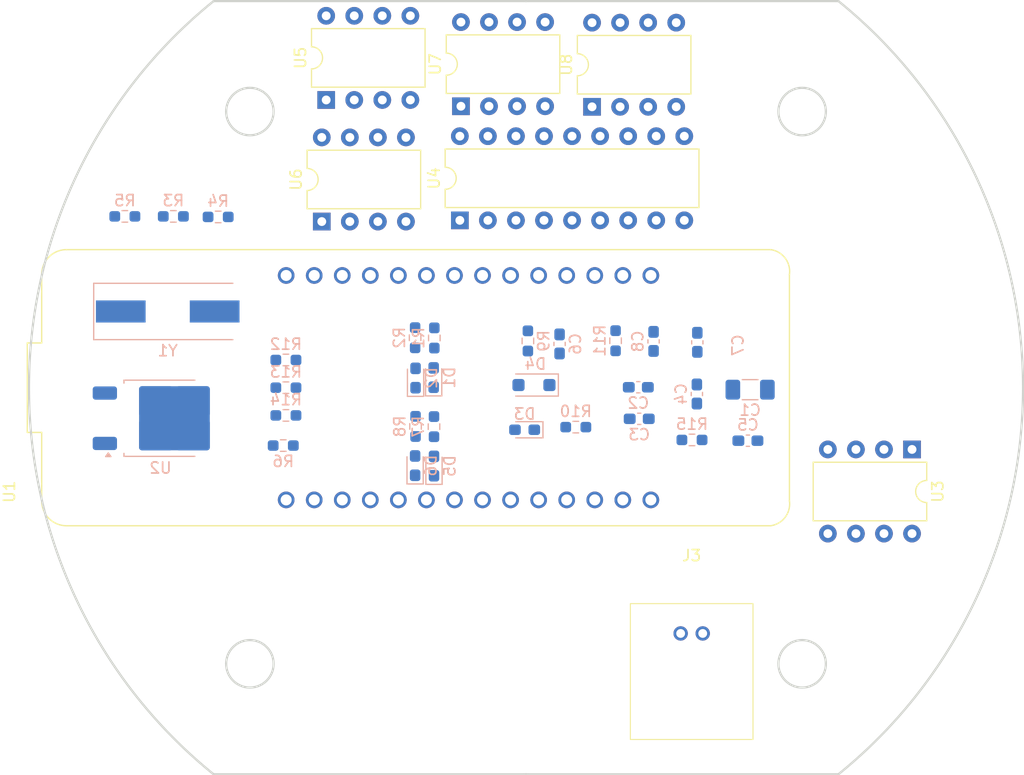
<source format=kicad_pcb>
(kicad_pcb (version 20241229) (generator "pcbnew") (generator_version "9.0")
  (layers (0 "F.Cu" signal) (2 "B.Cu" signal) (13 "F.Paste" user) (15 "B.Paste" user) (5 "F.SilkS" user "F.Silkscreen") (7 "B.SilkS" user "B.Silkscreen") (1 "F.Mask" user) (3 "B.Mask" user) (25 "Edge.Cuts" user))
  (net 0 "")
  (net 1 "GND")
  (net 2 "Net-(D1-A)")
  (net 3 "Net-(D2-A)")
  (net 4 "LORA_RECEIVE_STATUS")
  (net 5 "LORA_SEND_STATUS")
  (net 6 "+3.3V")
  (net 7 "SPI_CS_FRAM3")
  (net 8 "SPI_CS_FRAM2")
  (net 9 "SPI_CS_FRAM1")
  (net 10 "SPI_CS_FRAM0")
  (net 11 "I2C_SCK")
  (net 12 "I2C_SDA")
  (net 13 "SPI_CS_MCP")
  (net 14 "+12V")
  (net 15 "+5V")
  (net 16 "OSC1")
  (net 17 "OSC2")
  (net 18 "Net-(D3-A)")
  (net 19 "Net-(D5-A)")
  (net 20 "Net-(D6-A)")
  (net 21 "CAN_L")
  (net 22 "CAN_H")
  (net 23 "CAN_RECEIVE_STATUS")
  (net 24 "CAN_SEND_STATUS")
  (net 25 "Net-(U4-~RESET)")
  (net 26 "VREF_THERMISTOR")
  (net 27 "CAN_RX")
  (net 28 "CAN_TX")
  (net 34 "SPI_SCLK")
  (net 35 "SPI_MISO")
  (net 37 "SPI_MOSI")
  (footprint "Package_DIP:DIP-8_W7.62mm" (layer "F.Cu") (at 144.11 74.52 90)
    (property "Reference" "U7" (at 3.81 -2.33 90) (layer "F.SilkS"))
    (property "Value" "MB85RS2MT")
    (fp_line (start 6.46 -1.33) (end 4.81 -1.33) (stroke (width 0.12)) (layer "F.SilkS"))
    (fp_line (start 2.81 -1.33) (end 1.16 -1.33) (stroke (width 0.12)) (layer "F.SilkS"))
    (fp_line (start 1.16 -1.33) (end 1.16 8.95) (stroke (width 0.12)) (layer "F.SilkS"))
    (fp_line (start 6.46 8.95) (end 6.46 -1.33) (stroke (width 0.12)) (layer "F.SilkS"))
    (fp_line (start 1.16 8.95) (end 6.46 8.95) (stroke (width 0.12)) (layer "F.SilkS"))
    (fp_arc (start 4.81 -1.33) (mid 3.81 -0.33) (end 2.81 -1.33) (stroke (width 0.12)) (layer "F.SilkS"))
    (pad "1" thru_hole rect (at 0 0 90) (size 1.6 1.6) (drill 0.8) (layers "*.Cu" "*.Mask") (net 8 "SPI_CS_FRAM2"))
    (pad "2" thru_hole oval (at 0 2.54 90) (size 1.6 1.6) (drill 0.8) (layers "*.Cu" "*.Mask") (net 35 "SPI_MISO"))
    (pad "3" thru_hole oval (at 0 5.08 90) (size 1.6 1.6) (drill 0.8) (layers "*.Cu" "*.Mask") (net 6 "+3.3V"))
    (pad "4" thru_hole oval (at 0 7.62 90) (size 1.6 1.6) (drill 0.8) (layers "*.Cu" "*.Mask") (net 1 "GND"))
    (pad "5" thru_hole oval (at 7.62 7.62 90) (size 1.6 1.6) (drill 0.8) (layers "*.Cu" "*.Mask") (net 37 "SPI_MOSI"))
    (pad "6" thru_hole oval (at 7.62 5.08 90) (size 1.6 1.6) (drill 0.8) (layers "*.Cu" "*.Mask") (net 34 "SPI_SCLK"))
    (pad "7" thru_hole oval (at 7.62 2.54 90) (size 1.6 1.6) (drill 0.8) (layers "*.Cu" "*.Mask") (net 6 "+3.3V"))
    (pad "8" thru_hole oval (at 7.62 0 90) (size 1.6 1.6) (drill 0.8) (layers "*.Cu" "*.Mask") (net 6 "+3.3V"))
  )
  (footprint "Package_DIP:DIP-8_W7.62mm" (layer "F.Cu") (at 184.95 105.59 -90)
    (property "Reference" "U3" (at 3.81 -2.33 90) (layer "F.SilkS"))
    (property "Value" "MCP2562-E-P")
    (fp_line (start 1.16 8.95) (end 6.46 8.95) (stroke (width 0.12)) (layer "F.SilkS"))
    (fp_line (start 6.46 8.95) (end 6.46 -1.33) (stroke (width 0.12)) (layer "F.SilkS"))
    (fp_line (start 1.16 -1.33) (end 1.16 8.95) (stroke (width 0.12)) (layer "F.SilkS"))
    (fp_line (start 2.81 -1.33) (end 1.16 -1.33) (stroke (width 0.12)) (layer "F.SilkS"))
    (fp_line (start 6.46 -1.33) (end 4.81 -1.33) (stroke (width 0.12)) (layer "F.SilkS"))
    (fp_arc (start 4.81 -1.33) (mid 3.81 -0.33) (end 2.81 -1.33) (stroke (width 0.12)) (layer "F.SilkS"))
    (pad "1" thru_hole rect (at 0 0 270) (size 1.6 1.6) (drill 0.8) (layers "*.Cu" "*.Mask") (net 28 "CAN_TX"))
    (pad "2" thru_hole oval (at 0 2.54 270) (size 1.6 1.6) (drill 0.8) (layers "*.Cu" "*.Mask") (net 1 "GND"))
    (pad "3" thru_hole oval (at 0 5.08 270) (size 1.6 1.6) (drill 0.8) (layers "*.Cu" "*.Mask") (net 15 "+5V"))
    (pad "4" thru_hole oval (at 0 7.62 270) (size 1.6 1.6) (drill 0.8) (layers "*.Cu" "*.Mask") (net 27 "CAN_RX"))
    (pad "5" thru_hole oval (at 7.62 7.62 270) (size 1.6 1.6) (drill 0.8) (layers "*.Cu" "*.Mask") (net 6 "+3.3V"))
    (pad "6" thru_hole oval (at 7.62 5.08 270) (size 1.6 1.6) (drill 0.8) (layers "*.Cu" "*.Mask") (net 21 "CAN_L"))
    (pad "7" thru_hole oval (at 7.62 2.54 270) (size 1.6 1.6) (drill 0.8) (layers "*.Cu" "*.Mask") (net 22 "CAN_H"))
    (pad "8" thru_hole oval (at 7.62 0 270) (size 1.6 1.6) (drill 0.8) (layers "*.Cu" "*.Mask") (net 1 "GND"))
  )
  (footprint "TSRP_Connector_Hirose:DF51-2P-2DS" (layer "F.Cu") (at 165 131.7)
    (property "Reference" "J3" (at 0 -16.5 0) (layer "F.SilkS"))
    (property "Value" "TERMISTOR")
    (fp_rect (start -5.55 -12.15) (end 5.55 0.15) (stroke (width 0.1)) (fill no) (layer "F.SilkS"))
    (pad "" np_thru_hole circle (at -3 -6.75) (size 1.7 1.7) (drill 1.7) (layers "*.Cu" "*.Mask"))
    (pad "" np_thru_hole circle (at 3 -6.75) (size 1.7 1.7) (drill 1.7) (layers "*.Cu" "*.Mask"))
    (pad "1" thru_hole circle (at -1 -9.45) (size 1.3 1.3) (drill 0.8) (layers "*.Cu" "*.Mask") (net 1 "GND"))
    (pad "2" thru_hole circle (at 1 -9.45) (size 1.3 1.3) (drill 0.8) (layers "*.Cu" "*.Mask") (net 26 "VREF_THERMISTOR"))
  )
  (footprint "ARDUINO_MKR_WAN_1310:BOARD_ARDUINO_MKR_WAN_1310" (layer "F.Cu") (at 140 100 90)
    (property "Reference" "U1" (at -9.425 -36.775 270) (layer "F.SilkS"))
    (property "Value" "Arduino MKR WAN 1310")
    (fp_line (start 4.05 -35.15) (end -4.05 -35.15) (stroke (width 0.127)) (layer "F.SilkS"))
    (fp_line (start -4.05 -35.15) (end -4.05 -33.85) (stroke (width 0.127)) (layer "F.SilkS"))
    (fp_line (start 10.25 -33.85) (end 10.3 -33.85) (stroke (width 0.127)) (layer "F.SilkS"))
    (fp_line (start 10.25 -33.85) (end 4.05 -33.85) (stroke (width 0.127)) (layer "F.SilkS"))
    (fp_line (start 4.05 -33.85) (end 4.05 -35.15) (stroke (width 0.127)) (layer "F.SilkS"))
    (fp_line (start -4.05 -33.85) (end -10.25 -33.85) (stroke (width 0.127)) (layer "F.SilkS"))
    (fp_line (start -12.5 -31.6) (end -12.5 32.15) (stroke (width 0.127)) (layer "F.SilkS"))
    (fp_line (start 12.5 32.15) (end 12.5 -31.6) (stroke (width 0.127)) (layer "F.SilkS"))
    (fp_line (start -10.25 33.85) (end 10.25 33.85) (stroke (width 0.127)) (layer "F.SilkS"))
    (fp_arc (start 10.25 -33.85) (mid 11.84099 -33.19099) (end 12.5 -31.6) (stroke (width 0.127)) (layer "F.SilkS"))
    (fp_arc (start -12.5 -31.6) (mid -11.84099 -33.19099) (end -10.25 -33.85) (stroke (width 0.127)) (layer "F.SilkS"))
    (fp_arc (start 12.5 32.15) (mid 11.727082 33.46599) (end 10.25 33.85) (stroke (width 0.127)) (layer "F.SilkS"))
    (fp_arc (start -10.25 33.85) (mid -11.727082 33.46599) (end -12.5 32.15) (stroke (width 0.127)) (layer "F.SilkS"))
    (pad "" np_thru_hole circle (at -10.25 -31.6 90) (size 2.2 2.2) (drill 2.2) (layers "*.Cu" "*.Mask"))
    (pad "" np_thru_hole circle (at -10.25 25.4 90) (size 2.2 2.2) (drill 2.2) (layers "*.Cu" "*.Mask"))
    (pad "" np_thru_hole circle (at 10.25 -31.6 90) (size 2.2 2.2) (drill 2.2) (layers "*.Cu" "*.Mask"))
    (pad "" np_thru_hole circle (at 10.25 25.4 90) (size 2.2 2.2) (drill 2.2) (layers "*.Cu" "*.Mask"))
    (pad "J3_1" thru_hole circle (at -10.16 -11.7152 90) (size 1.508 1.508) (drill 1) (layers "*.Cu" "*.Mask"))
    (pad "J3_2" thru_hole circle (at -10.16 -9.1752 90) (size 1.508 1.508) (drill 1) (layers "*.Cu" "*.Mask"))
    (pad "J3_3" thru_hole circle (at -10.16 -6.6352 90) (size 1.508 1.508) (drill 1) (layers "*.Cu" "*.Mask"))
    (pad "J3_4" thru_hole circle (at -10.16 -4.0952 90) (size 1.508 1.508) (drill 1) (layers "*.Cu" "*.Mask"))
    (pad "J3_5" thru_hole circle (at -10.16 -1.5552 90) (size 1.508 1.508) (drill 1) (layers "*.Cu" "*.Mask"))
    (pad "J3_6" thru_hole circle (at -10.16 0.9848 90) (size 1.508 1.508) (drill 1) (layers "*.Cu" "*.Mask"))
    (pad "J3_7" thru_hole circle (at -10.16 3.5248 90) (size 1.508 1.508) (drill 1) (layers "*.Cu" "*.Mask"))
    (pad "J3_8" thru_hole circle (at -10.16 6.0648 90) (size 1.508 1.508) (drill 1) (layers "*.Cu" "*.Mask"))
    (pad "J3_9" thru_hole circle (at -10.16 8.6048 90) (size 1.508 1.508) (drill 1) (layers "*.Cu" "*.Mask"))
    (pad "J3_10" thru_hole circle (at -10.16 11.1448 90) (size 1.508 1.508) (drill 1) (layers "*.Cu" "*.Mask"))
    (pad "J3_11" thru_hole circle (at -10.16 13.6848 90) (size 1.508 1.508) (drill 1) (layers "*.Cu" "*.Mask"))
    (pad "J3_12" thru_hole circle (at -10.16 16.2248 90) (size 1.508 1.508) (drill 1) (layers "*.Cu" "*.Mask"))
    (pad "J3_13" thru_hole circle (at -10.16 18.7648 90) (size 1.508 1.508) (drill 1) (layers "*.Cu" "*.Mask"))
    (pad "J3_14" thru_hole circle (at -10.16 21.3048 90) (size 1.508 1.508) (drill 1) (layers "*.Cu" "*.Mask"))
    (pad "J5_1" thru_hole circle (at 10.16 21.3048 90) (size 1.508 1.508) (drill 1) (layers "*.Cu" "*.Mask"))
    (pad "J5_2" thru_hole circle (at 10.16 18.7648 90) (size 1.508 1.508) (drill 1) (layers "*.Cu" "*.Mask"))
    (pad "J5_3" thru_hole circle (at 10.16 16.2248 90) (size 1.508 1.508) (drill 1) (layers "*.Cu" "*.Mask"))
    (pad "J5_4" thru_hole circle (at 10.16 13.6848 90) (size 1.508 1.508) (drill 1) (layers "*.Cu" "*.Mask"))
    (pad "J5_5" thru_hole circle (at 10.16 11.1448 90) (size 1.508 1.508) (drill 1) (layers "*.Cu" "*.Mask"))
    (pad "J5_6" thru_hole circle (at 10.16 8.6048 90) (size 1.508 1.508) (drill 1) (layers "*.Cu" "*.Mask"))
    (pad "J5_7" thru_hole circle (at 10.16 6.0648 90) (size 1.508 1.508) (drill 1) (layers "*.Cu" "*.Mask"))
    (pad "J5_8" thru_hole circle (at 10.16 3.5248 90) (size 1.508 1.508) (drill 1) (layers "*.Cu" "*.Mask"))
    (pad "J5_9" thru_hole circle (at 10.16 0.9848 90) (size 1.508 1.508) (drill 1) (layers "*.Cu" "*.Mask"))
    (pad "J5_10" thru_hole circle (at 10.16 -1.5552 90) (size 1.508 1.508) (drill 1) (layers "*.Cu" "*.Mask"))
    (pad "J5_11" thru_hole circle (at 10.16 -4.0952 90) (size 1.508 1.508) (drill 1) (layers "*.Cu" "*.Mask"))
    (pad "J5_12" thru_hole circle (at 10.16 -6.6352 90) (size 1.508 1.508) (drill 1) (layers "*.Cu" "*.Mask"))
    (pad "J5_13" thru_hole circle (at 10.16 -9.1752 90) (size 1.508 1.508) (drill 1) (layers "*.Cu" "*.Mask"))
    (pad "J5_14" thru_hole circle (at 10.16 -11.7152 90) (size 1.508 1.508) (drill 1) (layers "*.Cu" "*.Mask"))
  )
  (footprint "Package_DIP:DIP-8_W7.62mm" (layer "F.Cu") (at 131.91 73.95 90)
    (property "Reference" "U5" (at 3.81 -2.33 270) (layer "F.SilkS"))
    (property "Value" "MB85RS2MT")
    (fp_line (start 6.46 -1.33) (end 4.81 -1.33) (stroke (width 0.12)) (layer "F.SilkS"))
    (fp_line (start 2.81 -1.33) (end 1.16 -1.33) (stroke (width 0.12)) (layer "F.SilkS"))
    (fp_line (start 1.16 -1.33) (end 1.16 8.95) (stroke (width 0.12)) (layer "F.SilkS"))
    (fp_line (start 6.46 8.95) (end 6.46 -1.33) (stroke (width 0.12)) (layer "F.SilkS"))
    (fp_line (start 1.16 8.95) (end 6.46 8.95) (stroke (width 0.12)) (layer "F.SilkS"))
    (fp_arc (start 4.81 -1.33) (mid 3.81 -0.33) (end 2.81 -1.33) (stroke (width 0.12)) (layer "F.SilkS"))
    (pad "1" thru_hole rect (at 0 0 90) (size 1.6 1.6) (drill 0.8) (layers "*.Cu" "*.Mask") (net 10 "SPI_CS_FRAM0"))
    (pad "2" thru_hole oval (at 0 2.54 90) (size 1.6 1.6) (drill 0.8) (layers "*.Cu" "*.Mask") (net 35 "SPI_MISO"))
    (pad "3" thru_hole oval (at 0 5.08 90) (size 1.6 1.6) (drill 0.8) (layers "*.Cu" "*.Mask") (net 6 "+3.3V"))
    (pad "4" thru_hole oval (at 0 7.62 90) (size 1.6 1.6) (drill 0.8) (layers "*.Cu" "*.Mask") (net 1 "GND"))
    (pad "5" thru_hole oval (at 7.62 7.62 90) (size 1.6 1.6) (drill 0.8) (layers "*.Cu" "*.Mask") (net 37 "SPI_MOSI"))
    (pad "6" thru_hole oval (at 7.62 5.08 90) (size 1.6 1.6) (drill 0.8) (layers "*.Cu" "*.Mask") (net 34 "SPI_SCLK"))
    (pad "7" thru_hole oval (at 7.62 2.54 90) (size 1.6 1.6) (drill 0.8) (layers "*.Cu" "*.Mask") (net 6 "+3.3V"))
    (pad "8" thru_hole oval (at 7.62 0 90) (size 1.6 1.6) (drill 0.8) (layers "*.Cu" "*.Mask") (net 6 "+3.3V"))
  )
  (footprint "Package_DIP:DIP-18_W7.62mm" (layer "F.Cu") (at 144.01 84.85 90)
    (property "Reference" "U4" (at 3.81 -2.33 90) (layer "F.SilkS"))
    (property "Value" "MCP2515-I/P")
    (fp_line (start 6.46 -1.33) (end 4.81 -1.33) (stroke (width 0.12)) (layer "F.SilkS"))
    (fp_line (start 2.81 -1.33) (end 1.16 -1.33) (stroke (width 0.12)) (layer "F.SilkS"))
    (fp_line (start 1.16 -1.33) (end 1.16 21.65) (stroke (width 0.12)) (layer "F.SilkS"))
    (fp_line (start 6.46 21.65) (end 6.46 -1.33) (stroke (width 0.12)) (layer "F.SilkS"))
    (fp_line (start 1.16 21.65) (end 6.46 21.65) (stroke (width 0.12)) (layer "F.SilkS"))
    (fp_arc (start 4.81 -1.33) (mid 3.81 -0.33) (end 2.81 -1.33) (stroke (width 0.12)) (layer "F.SilkS"))
    (pad "1" thru_hole rect (at 0 0 90) (size 1.6 1.6) (drill 0.8) (layers "*.Cu" "*.Mask") (net 28 "CAN_TX"))
    (pad "2" thru_hole oval (at 0 2.54 90) (size 1.6 1.6) (drill 0.8) (layers "*.Cu" "*.Mask") (net 27 "CAN_RX"))
    (pad "3" thru_hole oval (at 0 5.08 90) (size 1.6 1.6) (drill 0.8) (layers "*.Cu" "*.Mask"))
    (pad "4" thru_hole oval (at 0 7.62 90) (size 1.6 1.6) (drill 0.8) (layers "*.Cu" "*.Mask"))
    (pad "5" thru_hole oval (at 0 10.16 90) (size 1.6 1.6) (drill 0.8) (layers "*.Cu" "*.Mask"))
    (pad "6" thru_hole oval (at 0 12.7 90) (size 1.6 1.6) (drill 0.8) (layers "*.Cu" "*.Mask"))
    (pad "7" thru_hole oval (at 0 15.24 90) (size 1.6 1.6) (drill 0.8) (layers "*.Cu" "*.Mask") (net 17 "OSC2"))
    (pad "8" thru_hole oval (at 0 17.78 90) (size 1.6 1.6) (drill 0.8) (layers "*.Cu" "*.Mask") (net 16 "OSC1"))
    (pad "9" thru_hole oval (at 0 20.32 90) (size 1.6 1.6) (drill 0.8) (layers "*.Cu" "*.Mask") (net 1 "GND"))
    (pad "10" thru_hole oval (at 7.62 20.32 90) (size 1.6 1.6) (drill 0.8) (layers "*.Cu" "*.Mask"))
    (pad "11" thru_hole oval (at 7.62 17.78 90) (size 1.6 1.6) (drill 0.8) (layers "*.Cu" "*.Mask"))
    (pad "12" thru_hole oval (at 7.62 15.24 90) (size 1.6 1.6) (drill 0.8) (layers "*.Cu" "*.Mask"))
    (pad "13" thru_hole oval (at 7.62 12.7 90) (size 1.6 1.6) (drill 0.8) (layers "*.Cu" "*.Mask") (net 34 "SPI_SCLK"))
    (pad "14" thru_hole oval (at 7.62 10.16 90) (size 1.6 1.6) (drill 0.8) (layers "*.Cu" "*.Mask") (net 37 "SPI_MOSI"))
    (pad "15" thru_hole oval (at 7.62 7.62 90) (size 1.6 1.6) (drill 0.8) (layers "*.Cu" "*.Mask") (net 35 "SPI_MISO"))
    (pad "16" thru_hole oval (at 7.62 5.08 90) (size 1.6 1.6) (drill 0.8) (layers "*.Cu" "*.Mask") (net 13 "SPI_CS_MCP"))
    (pad "17" thru_hole oval (at 7.62 2.54 90) (size 1.6 1.6) (drill 0.8) (layers "*.Cu" "*.Mask") (net 25 "Net-(U4-~RESET)"))
    (pad "18" thru_hole oval (at 7.62 0 90) (size 1.6 1.6) (drill 0.8) (layers "*.Cu" "*.Mask") (net 6 "+3.3V"))
  )
  (footprint "Package_DIP:DIP-8_W7.62mm" (layer "F.Cu") (at 155.98 74.57 90)
    (property "Reference" "U8" (at 3.81 -2.33 90) (layer "F.SilkS"))
    (property "Value" "MB85RS2MT")
    (fp_line (start 6.46 -1.33) (end 4.81 -1.33) (stroke (width 0.12)) (layer "F.SilkS"))
    (fp_line (start 2.81 -1.33) (end 1.16 -1.33) (stroke (width 0.12)) (layer "F.SilkS"))
    (fp_line (start 1.16 -1.33) (end 1.16 8.95) (stroke (width 0.12)) (layer "F.SilkS"))
    (fp_line (start 6.46 8.95) (end 6.46 -1.33) (stroke (width 0.12)) (layer "F.SilkS"))
    (fp_line (start 1.16 8.95) (end 6.46 8.95) (stroke (width 0.12)) (layer "F.SilkS"))
    (fp_arc (start 4.81 -1.33) (mid 3.81 -0.33) (end 2.81 -1.33) (stroke (width 0.12)) (layer "F.SilkS"))
    (pad "1" thru_hole rect (at 0 0 90) (size 1.6 1.6) (drill 0.8) (layers "*.Cu" "*.Mask") (net 7 "SPI_CS_FRAM3"))
    (pad "2" thru_hole oval (at 0 2.54 90) (size 1.6 1.6) (drill 0.8) (layers "*.Cu" "*.Mask") (net 35 "SPI_MISO"))
    (pad "3" thru_hole oval (at 0 5.08 90) (size 1.6 1.6) (drill 0.8) (layers "*.Cu" "*.Mask") (net 6 "+3.3V"))
    (pad "4" thru_hole oval (at 0 7.62 90) (size 1.6 1.6) (drill 0.8) (layers "*.Cu" "*.Mask") (net 1 "GND"))
    (pad "5" thru_hole oval (at 7.62 7.62 90) (size 1.6 1.6) (drill 0.8) (layers "*.Cu" "*.Mask") (net 37 "SPI_MOSI"))
    (pad "6" thru_hole oval (at 7.62 5.08 90) (size 1.6 1.6) (drill 0.8) (layers "*.Cu" "*.Mask") (net 34 "SPI_SCLK"))
    (pad "7" thru_hole oval (at 7.62 2.54 90) (size 1.6 1.6) (drill 0.8) (layers "*.Cu" "*.Mask") (net 6 "+3.3V"))
    (pad "8" thru_hole oval (at 7.62 0 90) (size 1.6 1.6) (drill 0.8) (layers "*.Cu" "*.Mask") (net 6 "+3.3V"))
  )
  (footprint "Package_DIP:DIP-8_W7.62mm" (layer "F.Cu") (at 131.51 84.96 90)
    (property "Reference" "U6" (at 3.81 -2.33 90) (layer "F.SilkS"))
    (property "Value" "MB85RS2MT")
    (fp_line (start 6.46 -1.33) (end 4.81 -1.33) (stroke (width 0.12)) (layer "F.SilkS"))
    (fp_line (start 2.81 -1.33) (end 1.16 -1.33) (stroke (width 0.12)) (layer "F.SilkS"))
    (fp_line (start 1.16 -1.33) (end 1.16 8.95) (stroke (width 0.12)) (layer "F.SilkS"))
    (fp_line (start 6.46 8.95) (end 6.46 -1.33) (stroke (width 0.12)) (layer "F.SilkS"))
    (fp_line (start 1.16 8.95) (end 6.46 8.95) (stroke (width 0.12)) (layer "F.SilkS"))
    (fp_arc (start 4.81 -1.33) (mid 3.81 -0.33) (end 2.81 -1.33) (stroke (width 0.12)) (layer "F.SilkS"))
    (pad "1" thru_hole rect (at 0 0 90) (size 1.6 1.6) (drill 0.8) (layers "*.Cu" "*.Mask") (net 9 "SPI_CS_FRAM1"))
    (pad "2" thru_hole oval (at 0 2.54 90) (size 1.6 1.6) (drill 0.8) (layers "*.Cu" "*.Mask") (net 35 "SPI_MISO"))
    (pad "3" thru_hole oval (at 0 5.08 90) (size 1.6 1.6) (drill 0.8) (layers "*.Cu" "*.Mask") (net 6 "+3.3V"))
    (pad "4" thru_hole oval (at 0 7.62 90) (size 1.6 1.6) (drill 0.8) (layers "*.Cu" "*.Mask") (net 1 "GND"))
    (pad "5" thru_hole oval (at 7.62 7.62 90) (size 1.6 1.6) (drill 0.8) (layers "*.Cu" "*.Mask") (net 37 "SPI_MOSI"))
    (pad "6" thru_hole oval (at 7.62 5.08 90) (size 1.6 1.6) (drill 0.8) (layers "*.Cu" "*.Mask") (net 34 "SPI_SCLK"))
    (pad "7" thru_hole oval (at 7.62 2.54 90) (size 1.6 1.6) (drill 0.8) (layers "*.Cu" "*.Mask") (net 6 "+3.3V"))
    (pad "8" thru_hole oval (at 7.62 0 90) (size 1.6 1.6) (drill 0.8) (layers "*.Cu" "*.Mask") (net 6 "+3.3V"))
  )
  (footprint "Resistor_SMD:R_0603_1608Metric_Pad0.98x0.95mm_HandSolder" (layer "B.Cu") (at 128.2625 100 180)
    (property "Reference" "R13" (at 0 1.43 180) (layer "B.SilkS") (effects (justify mirror)))
    (property "Value" "680R")
    (fp_line (start 0.254724 0.5225) (end -0.254724 0.5225) (stroke (width 0.12)) (layer "B.SilkS"))
    (fp_line (start 0.254724 -0.5225) (end -0.254724 -0.5225) (stroke (width 0.12)) (layer "B.SilkS"))
    (pad "1" smd roundrect (at -0.9125 0 180) (size 0.975 0.95) (layers "B.Cu" "B.Mask" "B.Paste") (net 24 "CAN_SEND_STATUS"))
    (pad "2" smd roundrect (at 0.9125 0 180) (size 0.975 0.95) (layers "B.Cu" "B.Mask" "B.Paste") (net 20 "Net-(D6-A)"))
  )
  (footprint "Package_TO_SOT_SMD:TO-252-2" (layer "B.Cu") (at 116.91 102.7675)
    (property "Reference" "U2" (at 0 4.5 0) (layer "B.SilkS") (effects (justify mirror)))
    (property "Value" "NJM7805SDL1")
    (fp_line (start -3.31 -3.45) (end 3.11 -3.45) (stroke (width 0.12)) (layer "B.SilkS"))
    (fp_line (start -3.31 -3.18) (end -3.31 -3.45) (stroke (width 0.12)) (layer "B.SilkS"))
    (fp_line (start -3.31 3.18) (end -3.31 3.45) (stroke (width 0.12)) (layer "B.SilkS"))
    (fp_line (start -3.31 3.45) (end 3.11 3.45) (stroke (width 0.12)) (layer "B.SilkS"))
    (fp_poly (pts (xy -4.73 3.14) (xy -4.97 3.47) (xy -4.49 3.47) (xy -4.73 3.14)) (stroke (width 0.12)) (fill yes) (layer "B.SilkS"))
    (pad "1" smd roundrect (at -5.04 2.28) (size 2.2 1.2) (layers "B.Cu" "B.Mask" "B.Paste") (roundrect_rratio 0.208333) (net 14 "+12V"))
    (pad "2" smd roundrect (at -0.415 -1.525) (size 3.05 2.75) (layers "B.Cu" "B.Paste") (roundrect_rratio 0.090909) (net 1 "GND"))
    (pad "2" smd roundrect (at -0.415 1.525) (size 3.05 2.75) (layers "B.Cu" "B.Paste") (roundrect_rratio 0.090909) (net 1 "GND"))
    (pad "2" smd roundrect (at 1.26 0) (size 6.4 5.8) (layers "B.Cu" "B.Mask") (roundrect_rratio 0.043103) (net 1 "GND"))
    (pad "2" smd roundrect (at 2.935 -1.525) (size 3.05 2.75) (layers "B.Cu" "B.Paste") (roundrect_rratio 0.090909) (net 1 "GND"))
    (pad "2" smd roundrect (at 2.935 1.525) (size 3.05 2.75) (layers "B.Cu" "B.Paste") (roundrect_rratio 0.090909) (net 1 "GND"))
    (pad "3" smd roundrect (at -5.04 -2.28) (size 2.2 1.2) (layers "B.Cu" "B.Mask" "B.Paste") (roundrect_rratio 0.208333) (net 15 "+5V"))
  )
  (footprint "Resistor_SMD:R_0603_1608Metric_Pad0.98x0.95mm_HandSolder" (layer "B.Cu") (at 128.2625 102.51 180)
    (property "Reference" "R14" (at 0 1.43 180) (layer "B.SilkS") (effects (justify mirror)))
    (property "Value" "10kR")
    (fp_line (start 0.254724 0.5225) (end -0.254724 0.5225) (stroke (width 0.12)) (layer "B.SilkS"))
    (fp_line (start 0.254724 -0.5225) (end -0.254724 -0.5225) (stroke (width 0.12)) (layer "B.SilkS"))
    (pad "1" smd roundrect (at -0.9125 0 180) (size 0.975 0.95) (layers "B.Cu" "B.Mask" "B.Paste") (net 6 "+3.3V"))
    (pad "2" smd roundrect (at 0.9125 0 180) (size 0.975 0.95) (layers "B.Cu" "B.Mask" "B.Paste") (net 25 "Net-(U4-~RESET)"))
  )
  (footprint "Resistor_SMD:R_0603_1608Metric_Pad0.98x0.95mm_HandSolder" (layer "B.Cu") (at 158.11 95.75 -90)
    (property "Reference" "R11" (at 0 1.43 90) (layer "B.SilkS") (effects (justify mirror)))
    (property "Value" "120R")
    (fp_line (start 0.254724 0.5225) (end -0.254724 0.5225) (stroke (width 0.12)) (layer "B.SilkS"))
    (fp_line (start 0.254724 -0.5225) (end -0.254724 -0.5225) (stroke (width 0.12)) (layer "B.SilkS"))
    (pad "1" smd roundrect (at -0.9125 0 270) (size 0.975 0.95) (layers "B.Cu" "B.Mask" "B.Paste") (net 22 "CAN_H"))
    (pad "2" smd roundrect (at 0.9125 0 270) (size 0.975 0.95) (layers "B.Cu" "B.Mask" "B.Paste") (net 21 "CAN_L"))
  )
  (footprint "Resistor_SMD:R_0603_1608Metric_Pad0.98x0.95mm_HandSolder" (layer "B.Cu") (at 128.2625 97.49 180)
    (property "Reference" "R12" (at 0 1.43 180) (layer "B.SilkS") (effects (justify mirror)))
    (property "Value" "680R")
    (fp_line (start 0.254724 0.5225) (end -0.254724 0.5225) (stroke (width 0.12)) (layer "B.SilkS"))
    (fp_line (start 0.254724 -0.5225) (end -0.254724 -0.5225) (stroke (width 0.12)) (layer "B.SilkS"))
    (pad "1" smd roundrect (at -0.9125 0 180) (size 0.975 0.95) (layers "B.Cu" "B.Mask" "B.Paste") (net 23 "CAN_RECEIVE_STATUS"))
    (pad "2" smd roundrect (at 0.9125 0 180) (size 0.975 0.95) (layers "B.Cu" "B.Mask" "B.Paste") (net 19 "Net-(D5-A)"))
  )
  (footprint "Capacitor_SMD:C_0603_1608Metric_Pad1.08x0.95mm_HandSolder" (layer "B.Cu") (at 161.55 95.81 -90)
    (property "Reference" "C8" (at 0 1.43 90) (layer "B.SilkS") (effects (justify mirror)))
    (property "Value" "15pF")
    (fp_line (start 0.146267 0.51) (end -0.146267 0.51) (stroke (width 0.12)) (layer "B.SilkS"))
    (fp_line (start 0.146267 -0.51) (end -0.146267 -0.51) (stroke (width 0.12)) (layer "B.SilkS"))
    (pad "1" smd roundrect (at -0.8625 0 270) (size 1.075 0.95) (layers "B.Cu" "B.Mask" "B.Paste") (net 17 "OSC2"))
    (pad "2" smd roundrect (at 0.8625 0 270) (size 1.075 0.95) (layers "B.Cu" "B.Mask" "B.Paste") (net 1 "GND"))
  )
  (footprint "Resistor_SMD:R_0603_1608Metric_Pad0.98x0.95mm_HandSolder" (layer "B.Cu") (at 128.02 105.24)
    (property "Reference" "R6" (at 0 1.43 0) (layer "B.SilkS") (effects (justify mirror)))
    (property "Value" "4.7kR")
    (fp_line (start 0.254724 -0.5225) (end -0.254724 -0.5225) (stroke (width 0.12)) (layer "B.SilkS"))
    (fp_line (start 0.254724 0.5225) (end -0.254724 0.5225) (stroke (width 0.12)) (layer "B.SilkS"))
    (pad "1" smd roundrect (at -0.9125 0) (size 0.975 0.95) (layers "B.Cu" "B.Mask" "B.Paste") (net 10 "SPI_CS_FRAM0"))
    (pad "2" smd roundrect (at 0.9125 0) (size 0.975 0.95) (layers "B.Cu" "B.Mask" "B.Paste") (net 6 "+3.3V"))
  )
  (footprint "Resistor_SMD:R_0603_1608Metric_Pad0.98x0.95mm_HandSolder" (layer "B.Cu") (at 140 103.5075 -90)
    (property "Reference" "R8" (at 0 1.43 90) (layer "B.SilkS") (effects (justify mirror)))
    (property "Value" "4.7kR")
    (fp_line (start 0.254724 0.5225) (end -0.254724 0.5225) (stroke (width 0.12)) (layer "B.SilkS"))
    (fp_line (start 0.254724 -0.5225) (end -0.254724 -0.5225) (stroke (width 0.12)) (layer "B.SilkS"))
    (pad "1" smd roundrect (at -0.9125 0 270) (size 0.975 0.95) (layers "B.Cu" "B.Mask" "B.Paste") (net 12 "I2C_SDA"))
    (pad "2" smd roundrect (at 0.9125 0 270) (size 0.975 0.95) (layers "B.Cu" "B.Mask" "B.Paste") (net 6 "+3.3V"))
  )
  (footprint "Resistor_SMD:R_0603_1608Metric_Pad0.98x0.95mm_HandSolder" (layer "B.Cu") (at 141.67 103.5275 -90)
    (property "Reference" "R7" (at 0 1.43 90) (layer "B.SilkS") (effects (justify mirror)))
    (property "Value" "4.7kR")
    (fp_line (start 0.254724 0.5225) (end -0.254724 0.5225) (stroke (width 0.12)) (layer "B.SilkS"))
    (fp_line (start 0.254724 -0.5225) (end -0.254724 -0.5225) (stroke (width 0.12)) (layer "B.SilkS"))
    (pad "1" smd roundrect (at -0.9125 0 270) (size 0.975 0.95) (layers "B.Cu" "B.Mask" "B.Paste") (net 11 "I2C_SCK"))
    (pad "2" smd roundrect (at 0.9125 0 270) (size 0.975 0.95) (layers "B.Cu" "B.Mask" "B.Paste") (net 6 "+3.3V"))
  )
  (footprint "Capacitor_SMD:C_0603_1608Metric_Pad1.08x0.95mm_HandSolder" (layer "B.Cu") (at 160.1675 99.96)
    (property "Reference" "C2" (at 0 1.43 0) (layer "B.SilkS") (effects (justify mirror)))
    (property "Value" "2.2uF")
    (fp_line (start 0.146267 -0.51) (end -0.146267 -0.51) (stroke (width 0.12)) (layer "B.SilkS"))
    (fp_line (start 0.146267 0.51) (end -0.146267 0.51) (stroke (width 0.12)) (layer "B.SilkS"))
    (pad "1" smd roundrect (at -0.8625 0) (size 1.075 0.95) (layers "B.Cu" "B.Mask" "B.Paste") (net 15 "+5V"))
    (pad "2" smd roundrect (at 0.8625 0) (size 1.075 0.95) (layers "B.Cu" "B.Mask" "B.Paste") (net 1 "GND"))
  )
  (footprint "Resistor_SMD:R_0603_1608Metric_Pad0.98x0.95mm_HandSolder" (layer "B.Cu") (at 141.7 95.4975 -90)
    (property "Reference" "R1" (at 0 1.43 90) (layer "B.SilkS") (effects (justify mirror)))
    (property "Value" "680R")
    (fp_line (start 0.254724 0.5225) (end -0.254724 0.5225) (stroke (width 0.12)) (layer "B.SilkS"))
    (fp_line (start 0.254724 -0.5225) (end -0.254724 -0.5225) (stroke (width 0.12)) (layer "B.SilkS"))
    (pad "1" smd roundrect (at -0.9125 0 270) (size 0.975 0.95) (layers "B.Cu" "B.Mask" "B.Paste") (net 4 "LORA_RECEIVE_STATUS"))
    (pad "2" smd roundrect (at 0.9125 0 270) (size 0.975 0.95) (layers "B.Cu" "B.Mask" "B.Paste") (net 2 "Net-(D1-A)"))
  )
  (footprint "Capacitor_SMD:C_0603_1608Metric_Pad1.08x0.95mm_HandSolder" (layer "B.Cu") (at 165.47 100.5725 -90)
    (property "Reference" "C4" (at 0 1.43 90) (layer "B.SilkS") (effects (justify mirror)))
    (property "Value" "0.1uF")
    (fp_line (start 0.146267 0.51) (end -0.146267 0.51) (stroke (width 0.12)) (layer "B.SilkS"))
    (fp_line (start 0.146267 -0.51) (end -0.146267 -0.51) (stroke (width 0.12)) (layer "B.SilkS"))
    (pad "1" smd roundrect (at -0.8625 0 270) (size 1.075 0.95) (layers "B.Cu" "B.Mask" "B.Paste") (net 1 "GND"))
    (pad "2" smd roundrect (at 0.8625 0 270) (size 1.075 0.95) (layers "B.Cu" "B.Mask" "B.Paste") (net 15 "+5V"))
  )
  (footprint "Resistor_SMD:R_0603_1608Metric_Pad0.98x0.95mm_HandSolder" (layer "B.Cu") (at 139.96 95.4775 -90)
    (property "Reference" "R2" (at 0 1.43 90) (layer "B.SilkS") (effects (justify mirror)))
    (property "Value" "680R")
    (fp_line (start 0.254724 0.5225) (end -0.254724 0.5225) (stroke (width 0.12)) (layer "B.SilkS"))
    (fp_line (start 0.254724 -0.5225) (end -0.254724 -0.5225) (stroke (width 0.12)) (layer "B.SilkS"))
    (pad "1" smd roundrect (at -0.9125 0 270) (size 0.975 0.95) (layers "B.Cu" "B.Mask" "B.Paste") (net 5 "LORA_SEND_STATUS"))
    (pad "2" smd roundrect (at 0.9125 0 270) (size 0.975 0.95) (layers "B.Cu" "B.Mask" "B.Paste") (net 3 "Net-(D2-A)"))
  )
  (footprint "LED_SMD:LED_0603_1608Metric_Pad1.05x0.95mm_HandSolder" (layer "B.Cu") (at 141.67 107.095 90)
    (property "Reference" "D5" (at 0 1.43 270) (layer "B.SilkS") (effects (justify mirror)))
    (property "Value" "B")
    (fp_line (start 0.8 -0.735) (end -1.66 -0.735) (stroke (width 0.12)) (layer "B.SilkS"))
    (fp_line (start -1.66 -0.735) (end -1.66 0.735) (stroke (width 0.12)) (layer "B.SilkS"))
    (fp_line (start -1.66 0.735) (end 0.8 0.735) (stroke (width 0.12)) (layer "B.SilkS"))
    (pad "1" smd roundrect (at -0.875 0 90) (size 1.05 0.95) (layers "B.Cu" "B.Mask" "B.Paste") (net 1 "GND"))
    (pad "2" smd roundrect (at 0.875 0 90) (size 1.05 0.95) (layers "B.Cu" "B.Mask" "B.Paste") (net 19 "Net-(D5-A)"))
  )
  (footprint "Resistor_SMD:R_0603_1608Metric_Pad0.98x0.95mm_HandSolder" (layer "B.Cu") (at 154.5075 103.57 180)
    (property "Reference" "R10" (at 0 1.43 180) (layer "B.SilkS") (effects (justify mirror)))
    (property "Value" "2.4kR")
    (fp_line (start 0.254724 0.5225) (end -0.254724 0.5225) (stroke (width 0.12)) (layer "B.SilkS"))
    (fp_line (start 0.254724 -0.5225) (end -0.254724 -0.5225) (stroke (width 0.12)) (layer "B.SilkS"))
    (pad "1" smd roundrect (at -0.9125 0 180) (size 0.975 0.95) (layers "B.Cu" "B.Mask" "B.Paste") (net 14 "+12V"))
    (pad "2" smd roundrect (at 0.9125 0 180) (size 0.975 0.95) (layers "B.Cu" "B.Mask" "B.Paste") (net 18 "Net-(D3-A)"))
  )
  (footprint "Capacitor_SMD:C_0603_1608Metric_Pad1.08x0.95mm_HandSolder" (layer "B.Cu") (at 165.51 95.8925 90)
    (property "Reference" "C7" (at -0.2675 3.68 270) (layer "B.SilkS") (effects (justify mirror)))
    (property "Value" "15pF")
    (fp_line (start 0.146267 -0.51) (end -0.146267 -0.51) (stroke (width 0.12)) (layer "B.SilkS"))
    (fp_line (start 0.146267 0.51) (end -0.146267 0.51) (stroke (width 0.12)) (layer "B.SilkS"))
    (pad "1" smd roundrect (at -0.8625 0 90) (size 1.075 0.95) (layers "B.Cu" "B.Mask" "B.Paste") (net 16 "OSC1"))
    (pad "2" smd roundrect (at 0.8625 0 90) (size 1.075 0.95) (layers "B.Cu" "B.Mask" "B.Paste") (net 1 "GND"))
  )
  (footprint "LED_SMD:LED_0603_1608Metric_Pad1.05x0.95mm_HandSolder" (layer "B.Cu") (at 139.96 107.0575 90)
    (property "Reference" "D6" (at 0 1.43 270) (layer "B.SilkS") (effects (justify mirror)))
    (property "Value" "B")
    (fp_line (start 0.8 -0.735) (end -1.66 -0.735) (stroke (width 0.12)) (layer "B.SilkS"))
    (fp_line (start -1.66 -0.735) (end -1.66 0.735) (stroke (width 0.12)) (layer "B.SilkS"))
    (fp_line (start -1.66 0.735) (end 0.8 0.735) (stroke (width 0.12)) (layer "B.SilkS"))
    (pad "1" smd roundrect (at -0.875 0 90) (size 1.05 0.95) (layers "B.Cu" "B.Mask" "B.Paste") (net 1 "GND"))
    (pad "2" smd roundrect (at 0.875 0 90) (size 1.05 0.95) (layers "B.Cu" "B.Mask" "B.Paste") (net 20 "Net-(D6-A)"))
  )
  (footprint "Capacitor_SMD:C_0603_1608Metric_Pad1.08x0.95mm_HandSolder" (layer "B.Cu") (at 153.04 96.04 90)
    (property "Reference" "C6" (at 0 1.43 270) (layer "B.SilkS") (effects (justify mirror)))
    (property "Value" "0.1uF")
    (fp_line (start 0.146267 -0.51) (end -0.146267 -0.51) (stroke (width 0.12)) (layer "B.SilkS"))
    (fp_line (start 0.146267 0.51) (end -0.146267 0.51) (stroke (width 0.12)) (layer "B.SilkS"))
    (pad "1" smd roundrect (at -0.8625 0 90) (size 1.075 0.95) (layers "B.Cu" "B.Mask" "B.Paste") (net 1 "GND"))
    (pad "2" smd roundrect (at 0.8625 0 90) (size 1.075 0.95) (layers "B.Cu" "B.Mask" "B.Paste") (net 6 "+3.3V"))
  )
  (footprint "Resistor_SMD:R_0603_1608Metric_Pad0.98x0.95mm_HandSolder" (layer "B.Cu") (at 118.07 84.49 180)
    (property "Reference" "R3" (at 0 1.43 180) (layer "B.SilkS") (effects (justify mirror)))
    (property "Value" "4.7kR")
    (fp_line (start 0.254724 0.5225) (end -0.254724 0.5225) (stroke (width 0.12)) (layer "B.SilkS"))
    (fp_line (start 0.254724 -0.5225) (end -0.254724 -0.5225) (stroke (width 0.12)) (layer "B.SilkS"))
    (pad "1" smd roundrect (at -0.9125 0 180) (size 0.975 0.95) (layers "B.Cu" "B.Mask" "B.Paste") (net 7 "SPI_CS_FRAM3"))
    (pad "2" smd roundrect (at 0.9125 0 180) (size 0.975 0.95) (layers "B.Cu" "B.Mask" "B.Paste") (net 6 "+3.3V"))
  )
  (footprint "Resistor_SMD:R_0603_1608Metric_Pad0.98x0.95mm_HandSolder" (layer "B.Cu") (at 150.17 95.7675 90)
    (property "Reference" "R9" (at 0 1.43 270) (layer "B.SilkS") (effects (justify mirror)))
    (property "Value" "4.7kR")
    (fp_line (start 0.254724 -0.5225) (end -0.254724 -0.5225) (stroke (width 0.12)) (layer "B.SilkS"))
    (fp_line (start 0.254724 0.5225) (end -0.254724 0.5225) (stroke (width 0.12)) (layer "B.SilkS"))
    (pad "1" smd roundrect (at -0.9125 0 90) (size 0.975 0.95) (layers "B.Cu" "B.Mask" "B.Paste") (net 13 "SPI_CS_MCP"))
    (pad "2" smd roundrect (at 0.9125 0 90) (size 0.975 0.95) (layers "B.Cu" "B.Mask" "B.Paste") (net 6 "+3.3V"))
  )
  (footprint "Resistor_SMD:R_0603_1608Metric_Pad0.98x0.95mm_HandSolder" (layer "B.Cu") (at 113.68 84.49 180)
    (property "Reference" "R5" (at 0 1.43 180) (layer "B.SilkS") (effects (justify mirror)))
    (property "Value" "4.7kR")
    (fp_line (start 0.254724 0.5225) (end -0.254724 0.5225) (stroke (width 0.12)) (layer "B.SilkS"))
    (fp_line (start 0.254724 -0.5225) (end -0.254724 -0.5225) (stroke (width 0.12)) (layer "B.SilkS"))
    (pad "1" smd roundrect (at -0.9125 0 180) (size 0.975 0.95) (layers "B.Cu" "B.Mask" "B.Paste") (net 9 "SPI_CS_FRAM1"))
    (pad "2" smd roundrect (at 0.9125 0 180) (size 0.975 0.95) (layers "B.Cu" "B.Mask" "B.Paste") (net 6 "+3.3V"))
  )
  (footprint "LED_SMD:LED_0603_1608Metric_Pad1.05x0.95mm_HandSolder" (layer "B.Cu") (at 140 99.125 90)
    (property "Reference" "D2" (at 0 1.43 270) (layer "B.SilkS") (effects (justify mirror)))
    (property "Value" "B")
    (fp_line (start 0.8 -0.735) (end -1.66 -0.735) (stroke (width 0.12)) (layer "B.SilkS"))
    (fp_line (start -1.66 -0.735) (end -1.66 0.735) (stroke (width 0.12)) (layer "B.SilkS"))
    (fp_line (start -1.66 0.735) (end 0.8 0.735) (stroke (width 0.12)) (layer "B.SilkS"))
    (pad "1" smd roundrect (at -0.875 0 90) (size 1.05 0.95) (layers "B.Cu" "B.Mask" "B.Paste") (net 1 "GND"))
    (pad "2" smd roundrect (at 0.875 0 90) (size 1.05 0.95) (layers "B.Cu" "B.Mask" "B.Paste") (net 3 "Net-(D2-A)"))
  )
  (footprint "Capacitor_SMD:C_0603_1608Metric_Pad1.08x0.95mm_HandSolder" (layer "B.Cu") (at 160.25 102.82)
    (property "Reference" "C3" (at 0 1.43 0) (layer "B.SilkS") (effects (justify mirror)))
    (property "Value" "0.1uF")
    (fp_line (start 0.146267 -0.51) (end -0.146267 -0.51) (stroke (width 0.12)) (layer "B.SilkS"))
    (fp_line (start 0.146267 0.51) (end -0.146267 0.51) (stroke (width 0.12)) (layer "B.SilkS"))
    (pad "1" smd roundrect (at -0.8625 0) (size 1.075 0.95) (layers "B.Cu" "B.Mask" "B.Paste") (net 15 "+5V"))
    (pad "2" smd roundrect (at 0.8625 0) (size 1.075 0.95) (layers "B.Cu" "B.Mask" "B.Paste") (net 1 "GND"))
  )
  (footprint "Capacitor_SMD:C_0603_1608Metric_Pad1.08x0.95mm_HandSolder" (layer "B.Cu") (at 170.09 104.8 180)
    (property "Reference" "C5" (at 0 1.43 180) (layer "B.SilkS") (effects (justify mirror)))
    (property "Value" "0.1uF")
    (fp_line (start 0.146267 0.51) (end -0.146267 0.51) (stroke (width 0.12)) (layer "B.SilkS"))
    (fp_line (start 0.146267 -0.51) (end -0.146267 -0.51) (stroke (width 0.12)) (layer "B.SilkS"))
    (pad "1" smd roundrect (at -0.8625 0 180) (size 1.075 0.95) (layers "B.Cu" "B.Mask" "B.Paste") (net 1 "GND"))
    (pad "2" smd roundrect (at 0.8625 0 180) (size 1.075 0.95) (layers "B.Cu" "B.Mask" "B.Paste") (net 6 "+3.3V"))
  )
  (footprint "LED_SMD:LED_0603_1608Metric_Pad1.05x0.95mm_HandSolder" (layer "B.Cu") (at 141.64 99.085 90)
    (property "Reference" "D1" (at 0 1.43 270) (layer "B.SilkS") (effects (justify mirror)))
    (property "Value" "B")
    (fp_line (start 0.8 -0.735) (end -1.66 -0.735) (stroke (width 0.12)) (layer "B.SilkS"))
    (fp_line (start -1.66 -0.735) (end -1.66 0.735) (stroke (width 0.12)) (layer "B.SilkS"))
    (fp_line (start -1.66 0.735) (end 0.8 0.735) (stroke (width 0.12)) (layer "B.SilkS"))
    (pad "1" smd roundrect (at -0.875 0 90) (size 1.05 0.95) (layers "B.Cu" "B.Mask" "B.Paste") (net 1 "GND"))
    (pad "2" smd roundrect (at 0.875 0 90) (size 1.05 0.95) (layers "B.Cu" "B.Mask" "B.Paste") (net 2 "Net-(D1-A)"))
  )
  (footprint "Crystal:Crystal_SMD_HC49-SD" (layer "B.Cu") (at 117.56 93.1)
    (property "Reference" "Y1" (at 0 3.55 0) (layer "B.SilkS") (effects (justify mirror)))
    (property "Value" "8MHz")
    (fp_line (start -6.7 -2.55) (end -6.7 2.55) (stroke (width 0.12)) (layer "B.SilkS"))
    (fp_line (start -6.7 2.55) (end 5.9 2.55) (stroke (width 0.12)) (layer "B.SilkS"))
    (fp_line (start 5.9 -2.55) (end -6.7 -2.55) (stroke (width 0.12)) (layer "B.SilkS"))
    (pad "1" smd rect (at -4.25 0) (size 4.5 2) (layers "B.Cu" "B.Mask" "B.Paste") (net 17 "OSC2"))
    (pad "2" smd rect (at 4.25 0) (size 4.5 2) (layers "B.Cu" "B.Mask" "B.Paste") (net 16 "OSC1"))
  )
  (footprint "Resistor_SMD:R_0603_1608Metric_Pad0.98x0.95mm_HandSolder" (layer "B.Cu") (at 165.0275 104.73 180)
    (property "Reference" "R15" (at 0 1.43 180) (layer "B.SilkS") (effects (justify mirror)))
    (property "Value" "10kR")
    (fp_line (start 0.254724 0.5225) (end -0.254724 0.5225) (stroke (width 0.12)) (layer "B.SilkS"))
    (fp_line (start 0.254724 -0.5225) (end -0.254724 -0.5225) (stroke (width 0.12)) (layer "B.SilkS"))
    (pad "1" smd roundrect (at -0.9125 0 180) (size 0.975 0.95) (layers "B.Cu" "B.Mask" "B.Paste") (net 6 "+3.3V"))
    (pad "2" smd roundrect (at 0.9125 0 180) (size 0.975 0.95) (layers "B.Cu" "B.Mask" "B.Paste") (net 26 "VREF_THERMISTOR"))
  )
  (footprint "Diode_SMD:D_SOD-123F" (layer "B.Cu") (at 150.72 99.76 180)
    (property "Reference" "D4" (at -0.127 1.905 180) (layer "B.SilkS") (effects (justify mirror)))
    (property "Value" "GS1010FL")
    (fp_line (start 1.65 1) (end -2.21 1) (stroke (width 0.12)) (layer "B.SilkS"))
    (fp_line (start 1.65 -1) (end -2.21 -1) (stroke (width 0.12)) (layer "B.SilkS"))
    (fp_line (start -2.21 -1) (end -2.21 1) (stroke (width 0.12)) (layer "B.SilkS"))
    (pad "1" smd roundrect (at -1.4 0 180) (size 1.1 1.1) (layers "B.Cu" "B.Mask" "B.Paste") (roundrect_rratio 0.2272727273) (net 14 "+12V"))
    (pad "2" smd roundrect (at 1.4 0 180) (size 1.1 1.1) (layers "B.Cu" "B.Mask" "B.Paste") (roundrect_rratio 0.2272727273) (net 15 "+5V"))
  )
  (footprint "Capacitor_SMD:C_1206_3216Metric_Pad1.33x1.80mm_HandSolder" (layer "B.Cu") (at 170.29 100.18)
    (property "Reference" "C1" (at 0 1.85 0) (layer "B.SilkS") (effects (justify mirror)))
    (property "Value" "10uF")
    (fp_line (start 0.711252 -0.91) (end -0.711252 -0.91) (stroke (width 0.12)) (layer "B.SilkS"))
    (fp_line (start 0.711252 0.91) (end -0.711252 0.91) (stroke (width 0.12)) (layer "B.SilkS"))
    (pad "1" smd roundrect (at -1.5625 0) (size 1.325 1.8) (layers "B.Cu" "B.Mask" "B.Paste") (roundrect_rratio 0.188679) (net 14 "+12V"))
    (pad "2" smd roundrect (at 1.5625 0) (size 1.325 1.8) (layers "B.Cu" "B.Mask" "B.Paste") (roundrect_rratio 0.188679) (net 1 "GND"))
  )
  (footprint "LED_SMD:LED_0603_1608Metric_Pad1.05x0.95mm_HandSolder" (layer "B.Cu") (at 149.875 103.81 180)
    (property "Reference" "D3" (at 0 1.43 180) (layer "B.SilkS") (effects (justify mirror)))
    (property "Value" "R")
    (fp_line (start 0.8 -0.735) (end -1.66 -0.735) (stroke (width 0.12)) (layer "B.SilkS"))
    (fp_line (start -1.66 0.735) (end 0.8 0.735) (stroke (width 0.12)) (layer "B.SilkS"))
    (fp_line (start -1.66 -0.735) (end -1.66 0.735) (stroke (width 0.12)) (layer "B.SilkS"))
    (pad "1" smd roundrect (at -0.875 0 180) (size 1.05 0.95) (layers "B.Cu" "B.Mask" "B.Paste") (net 1 "GND"))
    (pad "2" smd roundrect (at 0.875 0 180) (size 1.05 0.95) (layers "B.Cu" "B.Mask" "B.Paste") (net 18 "Net-(D3-A)"))
  )
  (footprint "Resistor_SMD:R_0603_1608Metric_Pad0.98x0.95mm_HandSolder" (layer "B.Cu") (at 122.1275 84.54 180)
    (property "Reference" "R4" (at 0 1.43 180) (layer "B.SilkS") (effects (justify mirror)))
    (property "Value" "4.7kR")
    (fp_line (start 0.254724 0.5225) (end -0.254724 0.5225) (stroke (width 0.12)) (layer "B.SilkS"))
    (fp_line (start 0.254724 -0.5225) (end -0.254724 -0.5225) (stroke (width 0.12)) (layer "B.SilkS"))
    (pad "1" smd roundrect (at -0.9125 0 180) (size 0.975 0.95) (layers "B.Cu" "B.Mask" "B.Paste") (net 8 "SPI_CS_FRAM2"))
    (pad "2" smd roundrect (at 0.9125 0 180) (size 0.975 0.95) (layers "B.Cu" "B.Mask" "B.Paste") (net 6 "+3.3V"))
  )
  (gr_circle (center 125 125) (end 127.15 125) (stroke (width 0.2)) (fill no) (layer "Edge.Cuts"))
  (gr_arc (start 121.71573 135.000001) (mid 105 100) (end 121.715731 64.999999) (stroke (width 0.2)) (layer "Edge.Cuts"))
  (gr_line (start 150 64.999999) (end 178.28427 64.999999) (stroke (width 0.2)) (layer "Edge.Cuts"))
  (gr_line (start 150 64.999999) (end 121.715731 64.999999) (stroke (width 0.2)) (layer "Edge.Cuts"))
  (gr_circle (center 175 75) (end 177.15 75) (stroke (width 0.2)) (fill no) (layer "Edge.Cuts"))
  (gr_arc (start 178.28427 64.999999) (mid 195 100) (end 178.284269 135.000001) (stroke (width 0.2)) (layer "Edge.Cuts"))
  (gr_line (start 150 135.000001) (end 121.71573 135.000001) (stroke (width 0.2)) (layer "Edge.Cuts"))
  (gr_circle (center 175 125) (end 177.15 125) (stroke (width 0.2)) (fill no) (layer "Edge.Cuts"))
  (gr_line (start 150 135.000001) (end 178.284269 135.000001) (stroke (width 0.2)) (layer "Edge.Cuts"))
  (gr_circle (center 125 75) (end 127.15 75) (stroke (width 0.2)) (fill no) (layer "Edge.Cuts"))
)
</source>
